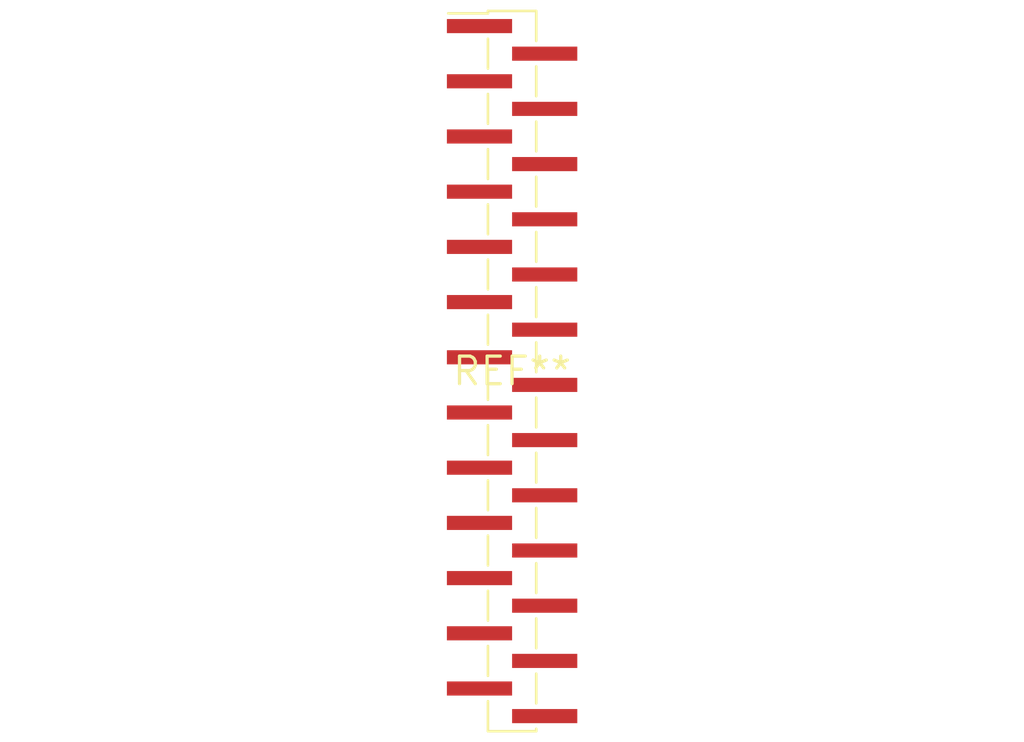
<source format=kicad_pcb>
(kicad_pcb (version 20240108) (generator pcbnew)
  (layers (0 "F.Cu" signal) (31 "B.Cu" signal) (34 "B.Paste" user) (35 "F.Paste" user) (36 "B.SilkS" user "B.Silkscreen") (37 "F.SilkS" user "F.Silkscreen") (38 "B.Mask" user) (39 "F.Mask" user) (44 "Edge.Cuts" user))
  (net 0 "")
  (footprint "PinHeader_1x26_P1.27mm_Vertical_SMD_Pin1Left" (layer "F.Cu") (at 0 0)
    (property "Reference" "REF**")
    (property "Value" "PinHeader_1x26_P1.27mm_Vertical_SMD_Pin1Left")
    (fp_line (start -1.11 -16.57) (end -1.11 -16.46) (layer "F.SilkS") (stroke (width 0.12)))
    (fp_line (start -1.11 -16.57) (end 1.11 -16.57) (layer "F.SilkS") (stroke (width 0.12)))
    (fp_line (start -1.11 -16.46) (end -2.94 -16.46) (layer "F.SilkS") (stroke (width 0.12)))
    (fp_line (start -1.11 -15.29) (end -1.11 -13.92) (layer "F.SilkS") (stroke (width 0.12)))
    (fp_line (start -1.11 -12.75) (end -1.11 -11.38) (layer "F.SilkS") (stroke (width 0.12)))
    (fp_line (start -1.11 -10.21) (end -1.11 -8.84) (layer "F.SilkS") (stroke (width 0.12)))
    (fp_line (start -1.11 -7.67) (end -1.11 -6.3) (layer "F.SilkS") (stroke (width 0.12)))
    (fp_line (start -1.11 -5.13) (end -1.11 -3.76) (layer "F.SilkS") (stroke (width 0.12)))
    (fp_line (start -1.11 -2.59) (end -1.11 -1.22) (layer "F.SilkS") (stroke (width 0.12)))
    (fp_line (start -1.11 -0.05) (end -1.11 1.32) (layer "F.SilkS") (stroke (width 0.12)))
    (fp_line (start -1.11 2.49) (end -1.11 3.86) (layer "F.SilkS") (stroke (width 0.12)))
    (fp_line (start -1.11 5.03) (end -1.11 6.4) (layer "F.SilkS") (stroke (width 0.12)))
    (fp_line (start -1.11 7.57) (end -1.11 8.94) (layer "F.SilkS") (stroke (width 0.12)))
    (fp_line (start -1.11 10.11) (end -1.11 11.48) (layer "F.SilkS") (stroke (width 0.12)))
    (fp_line (start -1.11 12.65) (end -1.11 14.02) (layer "F.SilkS") (stroke (width 0.12)))
    (fp_line (start -1.11 15.19) (end -1.11 16.56) (layer "F.SilkS") (stroke (width 0.12)))
    (fp_line (start -1.11 16.57) (end 1.11 16.57) (layer "F.SilkS") (stroke (width 0.12)))
    (fp_line (start 1.11 -16.56) (end 1.11 -15.19) (layer "F.SilkS") (stroke (width 0.12)))
    (fp_line (start 1.11 -14.02) (end 1.11 -12.65) (layer "F.SilkS") (stroke (width 0.12)))
    (fp_line (start 1.11 -11.48) (end 1.11 -10.11) (layer "F.SilkS") (stroke (width 0.12)))
    (fp_line (start 1.11 -8.94) (end 1.11 -7.57) (layer "F.SilkS") (stroke (width 0.12)))
    (fp_line (start 1.11 -6.4) (end 1.11 -5.03) (layer "F.SilkS") (stroke (width 0.12)))
    (fp_line (start 1.11 -3.86) (end 1.11 -2.49) (layer "F.SilkS") (stroke (width 0.12)))
    (fp_line (start 1.11 -1.32) (end 1.11 0.05) (layer "F.SilkS") (stroke (width 0.12)))
    (fp_line (start 1.11 1.22) (end 1.11 2.59) (layer "F.SilkS") (stroke (width 0.12)))
    (fp_line (start 1.11 3.76) (end 1.11 5.13) (layer "F.SilkS") (stroke (width 0.12)))
    (fp_line (start 1.11 6.3) (end 1.11 7.67) (layer "F.SilkS") (stroke (width 0.12)))
    (fp_line (start 1.11 8.84) (end 1.11 10.21) (layer "F.SilkS") (stroke (width 0.12)))
    (fp_line (start 1.11 11.38) (end 1.11 12.75) (layer "F.SilkS") (stroke (width 0.12)))
    (fp_line (start 1.11 13.92) (end 1.11 15.29) (layer "F.SilkS") (stroke (width 0.12)))
    (fp_line (start 1.11 16.46) (end 1.11 16.57) (layer "F.SilkS") (stroke (width 0.12)))
    (pad "1" smd rect (at -1.5 -15.875) (size 3 0.65) (layers "F.Cu" "F.Paste" "F.Mask"))
    (pad "2" smd rect (at 1.5 -14.605) (size 3 0.65) (layers "F.Cu" "F.Paste" "F.Mask"))
    (pad "3" smd rect (at -1.5 -13.335) (size 3 0.65) (layers "F.Cu" "F.Paste" "F.Mask"))
    (pad "4" smd rect (at 1.5 -12.065) (size 3 0.65) (layers "F.Cu" "F.Paste" "F.Mask"))
    (pad "5" smd rect (at -1.5 -10.795) (size 3 0.65) (layers "F.Cu" "F.Paste" "F.Mask"))
    (pad "6" smd rect (at 1.5 -9.525) (size 3 0.65) (layers "F.Cu" "F.Paste" "F.Mask"))
    (pad "7" smd rect (at -1.5 -8.255) (size 3 0.65) (layers "F.Cu" "F.Paste" "F.Mask"))
    (pad "8" smd rect (at 1.5 -6.985) (size 3 0.65) (layers "F.Cu" "F.Paste" "F.Mask"))
    (pad "9" smd rect (at -1.5 -5.715) (size 3 0.65) (layers "F.Cu" "F.Paste" "F.Mask"))
    (pad "10" smd rect (at 1.5 -4.445) (size 3 0.65) (layers "F.Cu" "F.Paste" "F.Mask"))
    (pad "11" smd rect (at -1.5 -3.175) (size 3 0.65) (layers "F.Cu" "F.Paste" "F.Mask"))
    (pad "12" smd rect (at 1.5 -1.905) (size 3 0.65) (layers "F.Cu" "F.Paste" "F.Mask"))
    (pad "13" smd rect (at -1.5 -0.635) (size 3 0.65) (layers "F.Cu" "F.Paste" "F.Mask"))
    (pad "14" smd rect (at 1.5 0.635) (size 3 0.65) (layers "F.Cu" "F.Paste" "F.Mask"))
    (pad "15" smd rect (at -1.5 1.905) (size 3 0.65) (layers "F.Cu" "F.Paste" "F.Mask"))
    (pad "16" smd rect (at 1.5 3.175) (size 3 0.65) (layers "F.Cu" "F.Paste" "F.Mask"))
    (pad "17" smd rect (at -1.5 4.445) (size 3 0.65) (layers "F.Cu" "F.Paste" "F.Mask"))
    (pad "18" smd rect (at 1.5 5.715) (size 3 0.65) (layers "F.Cu" "F.Paste" "F.Mask"))
    (pad "19" smd rect (at -1.5 6.985) (size 3 0.65) (layers "F.Cu" "F.Paste" "F.Mask"))
    (pad "20" smd rect (at 1.5 8.255) (size 3 0.65) (layers "F.Cu" "F.Paste" "F.Mask"))
    (pad "21" smd rect (at -1.5 9.525) (size 3 0.65) (layers "F.Cu" "F.Paste" "F.Mask"))
    (pad "22" smd rect (at 1.5 10.795) (size 3 0.65) (layers "F.Cu" "F.Paste" "F.Mask"))
    (pad "23" smd rect (at -1.5 12.065) (size 3 0.65) (layers "F.Cu" "F.Paste" "F.Mask"))
    (pad "24" smd rect (at 1.5 13.335) (size 3 0.65) (layers "F.Cu" "F.Paste" "F.Mask"))
    (pad "25" smd rect (at -1.5 14.605) (size 3 0.65) (layers "F.Cu" "F.Paste" "F.Mask"))
    (pad "26" smd rect (at 1.5 15.875) (size 3 0.65) (layers "F.Cu" "F.Paste" "F.Mask"))
  )
)
</source>
